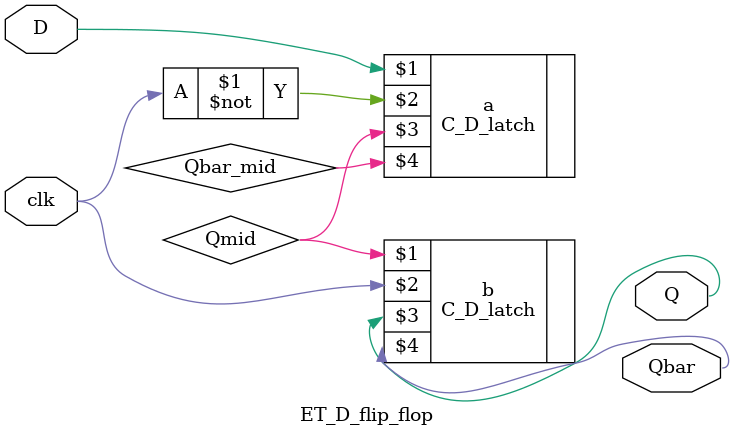
<source format=v>
module ET_D_flip_flop(
    input D,
    input clk,
    output Q,
    output Qbar
);
reg Q_mid;
wire Qbar_mid;
C_D_latch a(D, ~clk, Qmid, Qbar_mid);
C_D_latch b(Qmid, clk, Q, Qbar);
endmodule

</source>
